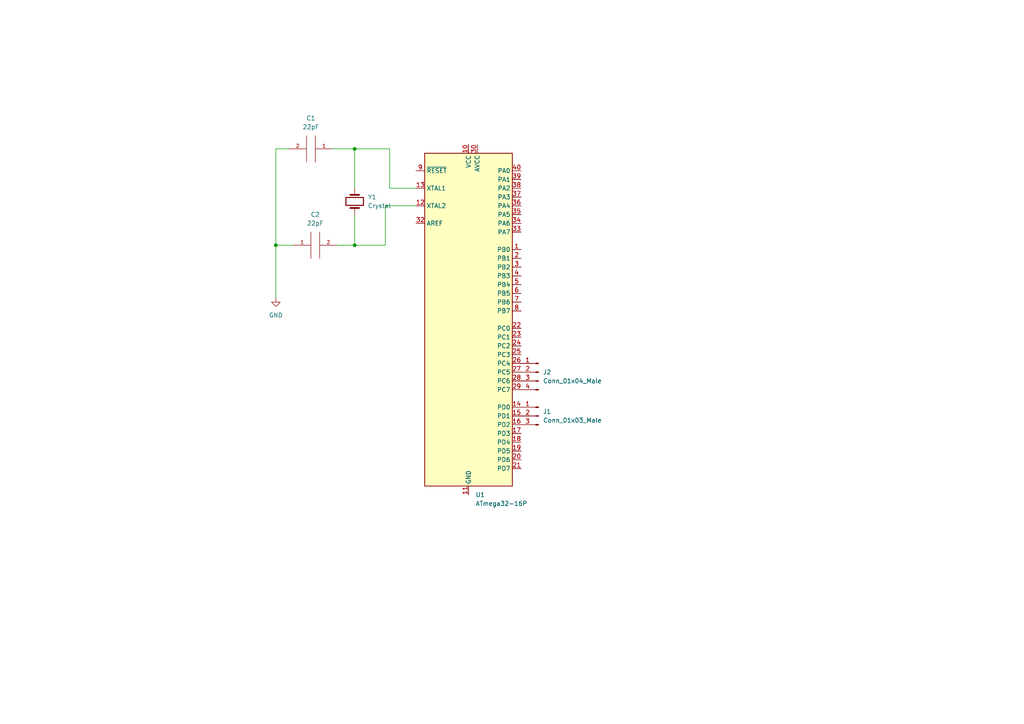
<source format=kicad_sch>
(kicad_sch (version 20211123) (generator eeschema)
  (paper "A4")
  (lib_symbols
    (symbol "Connector:Conn_01x03_Male" (pin_names (offset 1.016) hide)
      (property "Reference" "J" (at 0 5.08 0))
      (property "Value" "Conn_01x03_Male" (at 0 -5.08 0))
      (symbol "Conn_01x03_Male_1_1"
        (polyline (pts (xy 1.27 -2.54) (xy 0.8636 -2.54)) (stroke (width 0.1524)))
        (polyline (pts (xy 1.27 0) (xy 0.8636 0)) (stroke (width 0.1524)))
        (polyline (pts (xy 1.27 2.54) (xy 0.8636 2.54)) (stroke (width 0.1524)))
        (rectangle (start 0.8636 -2.413) (end 0 -2.667) (stroke (width 0.1524)) (fill (type outline)))
        (rectangle (start 0.8636 0.127) (end 0 -0.127) (stroke (width 0.1524)) (fill (type outline)))
        (rectangle (start 0.8636 2.667) (end 0 2.413) (stroke (width 0.1524)) (fill (type outline)))
        (pin passive line (at 5.08 2.54 180) (length 3.81) (name "Pin_1") (number "1"))
        (pin passive line (at 5.08 0 180) (length 3.81) (name "Pin_2") (number "2"))
        (pin passive line (at 5.08 -2.54 180) (length 3.81) (name "Pin_3") (number "3"))
      )
    )
    (symbol "Connector:Conn_01x04_Male" (pin_names (offset 1.016) hide)
      (property "Reference" "J" (at 0 5.08 0))
      (property "Value" "Conn_01x04_Male" (at 0 -7.62 0))
      (symbol "Conn_01x04_Male_1_1"
        (polyline (pts (xy 1.27 -5.08) (xy 0.8636 -5.08)) (stroke (width 0.1524)))
        (polyline (pts (xy 1.27 -2.54) (xy 0.8636 -2.54)) (stroke (width 0.1524)))
        (polyline (pts (xy 1.27 0) (xy 0.8636 0)) (stroke (width 0.1524)))
        (polyline (pts (xy 1.27 2.54) (xy 0.8636 2.54)) (stroke (width 0.1524)))
        (rectangle (start 0.8636 -4.953) (end 0 -5.207) (stroke (width 0.1524)) (fill (type outline)))
        (rectangle (start 0.8636 -2.413) (end 0 -2.667) (stroke (width 0.1524)) (fill (type outline)))
        (rectangle (start 0.8636 0.127) (end 0 -0.127) (stroke (width 0.1524)) (fill (type outline)))
        (rectangle (start 0.8636 2.667) (end 0 2.413) (stroke (width 0.1524)) (fill (type outline)))
        (pin passive line (at 5.08 2.54 180) (length 3.81) (name "Pin_1") (number "1"))
        (pin passive line (at 5.08 0 180) (length 3.81) (name "Pin_2") (number "2"))
        (pin passive line (at 5.08 -2.54 180) (length 3.81) (name "Pin_3") (number "3"))
        (pin passive line (at 5.08 -5.08 180) (length 3.81) (name "Pin_4") (number "4"))
      )
    )
    (symbol "Device:Crystal" (pin_numbers hide) (pin_names (offset 1.016) hide)
      (property "Reference" "Y" (at 0 3.81 0))
      (property "Value" "Crystal" (at 0 -3.81 0))
      (symbol "Crystal_0_1"
        (rectangle (start -1.143 2.54) (end 1.143 -2.54) (stroke (width 0.3048)))
        (polyline (pts (xy -2.54 0) (xy -1.905 0)))
        (polyline (pts (xy -1.905 -1.27) (xy -1.905 1.27)) (stroke (width 0.508)))
        (polyline (pts (xy 1.905 -1.27) (xy 1.905 1.27)) (stroke (width 0.508)))
        (polyline (pts (xy 2.54 0) (xy 1.905 0)))
      )
      (symbol "Crystal_1_1"
        (pin passive line (at -3.81 0 0) (length 1.27) (name "1") (number "1"))
        (pin passive line (at 3.81 0 180) (length 1.27) (name "2") (number "2"))
      )
    )
    (symbol "MCU_Microchip_ATmega:ATmega32-16P"
      (property "Reference" "U" (at -12.7 49.53 0))
      (property "Value" "ATmega32-16P" (at 2.54 -49.53 0))
      (symbol "ATmega32-16P_0_1"
        (rectangle (start -12.7 -48.26) (end 12.7 48.26) (stroke (width 0.254)) (fill (type background)))
      )
      (symbol "ATmega32-16P_1_1"
        (pin bidirectional line (at 15.24 20.32 180) (length 2.54) (name "PB0") (number "1"))
        (pin power_in line (at 0 50.8 270) (length 2.54) (name "VCC") (number "10"))
        (pin power_in line (at 0 -50.8 90) (length 2.54) (name "GND") (number "11"))
        (pin output line (at -15.24 33.02 0) (length 2.54) (name "XTAL2") (number "12"))
        (pin input line (at -15.24 38.1 0) (length 2.54) (name "XTAL1") (number "13"))
        (pin bidirectional line (at 15.24 -25.4 180) (length 2.54) (name "PD0") (number "14"))
        (pin bidirectional line (at 15.24 -27.94 180) (length 2.54) (name "PD1") (number "15"))
        (pin bidirectional line (at 15.24 -30.48 180) (length 2.54) (name "PD2") (number "16"))
        (pin bidirectional line (at 15.24 -33.02 180) (length 2.54) (name "PD3") (number "17"))
        (pin bidirectional line (at 15.24 -35.56 180) (length 2.54) (name "PD4") (number "18"))
        (pin bidirectional line (at 15.24 -38.1 180) (length 2.54) (name "PD5") (number "19"))
        (pin bidirectional line (at 15.24 17.78 180) (length 2.54) (name "PB1") (number "2"))
        (pin bidirectional line (at 15.24 -40.64 180) (length 2.54) (name "PD6") (number "20"))
        (pin bidirectional line (at 15.24 -43.18 180) (length 2.54) (name "PD7") (number "21"))
        (pin bidirectional line (at 15.24 -2.54 180) (length 2.54) (name "PC0") (number "22"))
        (pin bidirectional line (at 15.24 -5.08 180) (length 2.54) (name "PC1") (number "23"))
        (pin bidirectional line (at 15.24 -7.62 180) (length 2.54) (name "PC2") (number "24"))
        (pin bidirectional line (at 15.24 -10.16 180) (length 2.54) (name "PC3") (number "25"))
        (pin bidirectional line (at 15.24 -12.7 180) (length 2.54) (name "PC4") (number "26"))
        (pin bidirectional line (at 15.24 -15.24 180) (length 2.54) (name "PC5") (number "27"))
        (pin bidirectional line (at 15.24 -17.78 180) (length 2.54) (name "PC6") (number "28"))
        (pin bidirectional line (at 15.24 -20.32 180) (length 2.54) (name "PC7") (number "29"))
        (pin bidirectional line (at 15.24 15.24 180) (length 2.54) (name "PB2") (number "3"))
        (pin power_in line (at 2.54 50.8 270) (length 2.54) (name "AVCC") (number "30"))
        (pin passive line (at 0 -50.8 90) (length 2.54) hide (name "GND") (number "31"))
        (pin passive line (at -15.24 27.94 0) (length 2.54) (name "AREF") (number "32"))
        (pin bidirectional line (at 15.24 25.4 180) (length 2.54) (name "PA7") (number "33"))
        (pin bidirectional line (at 15.24 27.94 180) (length 2.54) (name "PA6") (number "34"))
        (pin bidirectional line (at 15.24 30.48 180) (length 2.54) (name "PA5") (number "35"))
        (pin bidirectional line (at 15.24 33.02 180) (length 2.54) (name "PA4") (number "36"))
        (pin bidirectional line (at 15.24 35.56 180) (length 2.54) (name "PA3") (number "37"))
        (pin bidirectional line (at 15.24 38.1 180) (length 2.54) (name "PA2") (number "38"))
        (pin bidirectional line (at 15.24 40.64 180) (length 2.54) (name "PA1") (number "39"))
        (pin bidirectional line (at 15.24 12.7 180) (length 2.54) (name "PB3") (number "4"))
        (pin bidirectional line (at 15.24 43.18 180) (length 2.54) (name "PA0") (number "40"))
        (pin bidirectional line (at 15.24 10.16 180) (length 2.54) (name "PB4") (number "5"))
        (pin bidirectional line (at 15.24 7.62 180) (length 2.54) (name "PB5") (number "6"))
        (pin bidirectional line (at 15.24 5.08 180) (length 2.54) (name "PB6") (number "7"))
        (pin bidirectional line (at 15.24 2.54 180) (length 2.54) (name "PB7") (number "8"))
        (pin input line (at -15.24 43.18 0) (length 2.54) (name "~{RESET}") (number "9"))
      )
    )
    (symbol "power:GND" (power) (pin_names (offset 0))
      (property "Value" "GND" (at 0 -3.81 0))
      (symbol "GND_0_1"
        (polyline (pts (xy 0 0) (xy 0 -1.27) (xy 1.27 -1.27) (xy 0 -2.54) (xy -1.27 -1.27) (xy 0 -1.27)))
      )
      (symbol "GND_1_1"
        (pin power_in line (at 0 0 270) (length 0) hide (name "GND") (number "1"))
      )
    )
    (symbol "pspice:CAP" (pin_names (offset 0.254))
      (property "Reference" "C" (at 2.54 3.81 90))
      (property "Value" "CAP" (at 2.54 -3.81 90))
      (symbol "CAP_0_1"
        (polyline (pts (xy -3.81 -1.27) (xy 3.81 -1.27)))
        (polyline (pts (xy -3.81 1.27) (xy 3.81 1.27)))
      )
      (symbol "CAP_1_1"
        (pin passive line (at 0 6.35 270) (length 5.08) (name "~") (number "1"))
        (pin passive line (at 0 -6.35 90) (length 5.08) (name "~") (number "2"))
      )
    )
  )
  (junction (at 102.87 71.12))
  (junction (at 80.01 71.12))
  (junction (at 102.87 43.18))
  (wire (pts (xy 113.03 43.18) (xy 102.87 43.18)))
  (wire (pts (xy 102.87 71.12) (xy 111.76 71.12)))
  (wire (pts (xy 80.01 71.12) (xy 85.09 71.12)))
  (wire (pts (xy 120.65 59.69) (xy 111.76 59.69)))
  (wire (pts (xy 102.87 43.18) (xy 102.87 54.61)))
  (wire (pts (xy 102.87 71.12) (xy 102.87 62.23)))
  (wire (pts (xy 80.01 43.18) (xy 80.01 71.12)))
  (wire (pts (xy 113.03 54.61) (xy 113.03 43.18)))
  (wire (pts (xy 120.65 54.61) (xy 113.03 54.61)))
  (wire (pts (xy 111.76 59.69) (xy 111.76 71.12)))
  (wire (pts (xy 83.82 43.18) (xy 80.01 43.18)))
  (wire (pts (xy 97.79 71.12) (xy 102.87 71.12)))
  (wire (pts (xy 96.52 43.18) (xy 102.87 43.18)))
  (wire (pts (xy 80.01 71.12) (xy 80.01 86.36)))
  (symbol (lib_id "pspice:CAP") (at 90.17 43.18 270) (unit 1)
    (property "Reference" "C1" (at 90.17 34.29 90))
    (property "Value" "22pF" (at 90.17 36.83 90))
    (property "Footprint" "Capacitor_SMD:CP_Elec_3x5.3" (effects hide))
  )
  (symbol (lib_id "Device:Crystal") (at 102.87 58.42 270) (unit 1)
    (property "Reference" "Y1" (at 106.68 57.1499 90) (effects (justify left)))
    (property "Value" "Crystal" (at 106.68 59.6899 90) (effects (justify left)))
    (property "Footprint" "Crystal:Crystal_AT310_D3.0mm_L10.0mm_Horizontal" (effects hide))
  )
  (symbol (lib_id "Connector:Conn_01x04_Male") (at 156.21 107.95 0) (mirror y) (unit 1)
    (property "Reference" "J2" (at 157.48 107.9499 0) (effects (justify right)))
    (property "Value" "Conn_01x04_Male" (at 157.48 110.4899 0) (effects (justify right)))
    (property "Footprint" "Connector_PinHeader_2.54mm:PinHeader_1x04_P2.54mm_Horizontal" (effects hide))
  )
  (symbol (lib_id "pspice:CAP") (at 91.44 71.12 90) (unit 1)
    (property "Reference" "C2" (at 91.44 62.23 90))
    (property "Value" "22pF" (at 91.44 64.77 90))
    (property "Footprint" "Capacitor_SMD:CP_Elec_3x5.3" (effects hide))
  )
  (symbol (lib_id "MCU_Microchip_ATmega:ATmega32-16P") (at 135.89 92.71 0) (unit 1)
    (property "Reference" "U1" (at 137.9094 143.51 0) (effects (justify left)))
    (property "Value" "ATmega32-16P" (at 137.9094 146.05 0) (effects (justify left)))
    (property "Footprint" "Package_DIP:DIP-40_W15.24mm" (effects hide))
    (property "Datasheet" "http://ww1.microchip.com/downloads/en/DeviceDoc/doc2503.pdf" (effects hide))
  )
  (symbol (lib_id "power:GND") (at 80.01 86.36 0) (unit 1)
    (property "Reference" "#PWR0102" (effects hide))
    (property "Value" "GND" (at 80.01 91.44 0))
  )
  (symbol (lib_id "Connector:Conn_01x03_Male") (at 156.21 120.65 0) (mirror y) (unit 1)
    (property "Reference" "J1" (at 157.48 119.3799 0) (effects (justify right)))
    (property "Value" "Conn_01x03_Male" (at 157.48 121.9199 0) (effects (justify right)))
    (property "Footprint" "Connector_PinHeader_2.54mm:PinHeader_1x03_P2.54mm_Horizontal" (effects hide))
  )
)
</source>
